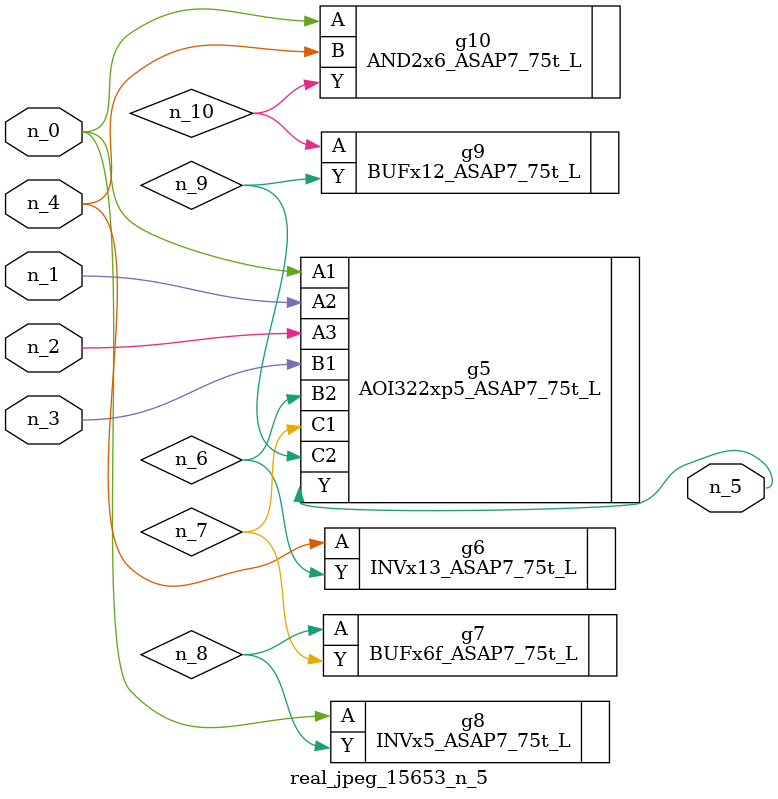
<source format=v>
module real_jpeg_15653_n_5 (n_4, n_0, n_1, n_2, n_3, n_5);

input n_4;
input n_0;
input n_1;
input n_2;
input n_3;

output n_5;

wire n_8;
wire n_6;
wire n_7;
wire n_10;
wire n_9;

AOI322xp5_ASAP7_75t_L g5 ( 
.A1(n_0),
.A2(n_1),
.A3(n_2),
.B1(n_3),
.B2(n_6),
.C1(n_7),
.C2(n_9),
.Y(n_5)
);

INVx5_ASAP7_75t_L g8 ( 
.A(n_0),
.Y(n_8)
);

AND2x6_ASAP7_75t_L g10 ( 
.A(n_0),
.B(n_4),
.Y(n_10)
);

INVx13_ASAP7_75t_L g6 ( 
.A(n_4),
.Y(n_6)
);

BUFx6f_ASAP7_75t_L g7 ( 
.A(n_8),
.Y(n_7)
);

BUFx12_ASAP7_75t_L g9 ( 
.A(n_10),
.Y(n_9)
);


endmodule
</source>
